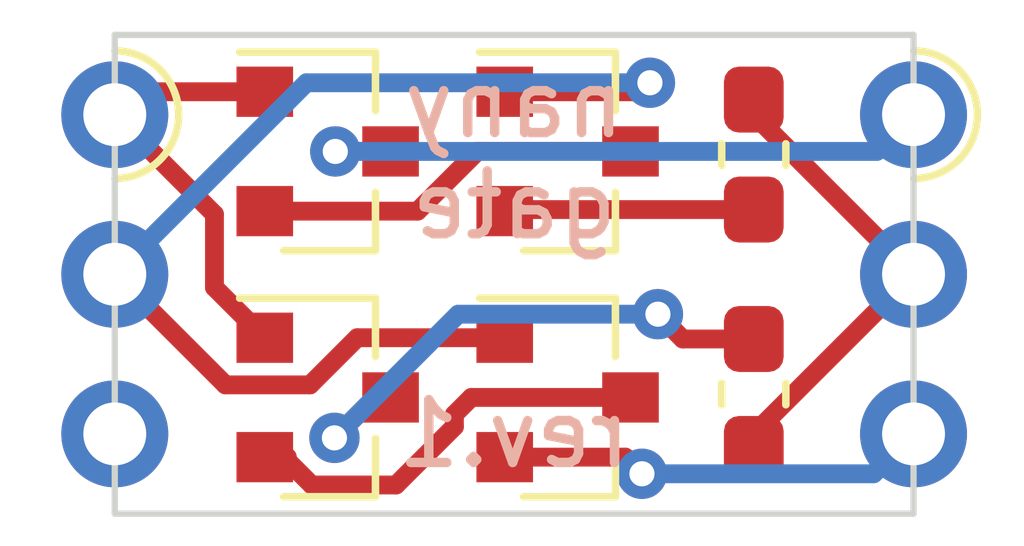
<source format=kicad_pcb>
(kicad_pcb (version 20171130) (host pcbnew 5.1.6)

  (general
    (thickness 1.6)
    (drawings 6)
    (tracks 54)
    (zones 0)
    (modules 8)
    (nets 11)
  )

  (page A4)
  (layers
    (0 F.Cu signal)
    (31 B.Cu signal)
    (32 B.Adhes user)
    (33 F.Adhes user)
    (34 B.Paste user)
    (35 F.Paste user)
    (36 B.SilkS user)
    (37 F.SilkS user)
    (38 B.Mask user)
    (39 F.Mask user)
    (40 Dwgs.User user)
    (41 Cmts.User user)
    (42 Eco1.User user)
    (43 Eco2.User user)
    (44 Edge.Cuts user)
    (45 Margin user)
    (46 B.CrtYd user hide)
    (47 F.CrtYd user)
    (48 B.Fab user)
    (49 F.Fab user hide)
  )

  (setup
    (last_trace_width 0.3)
    (user_trace_width 0.3)
    (trace_clearance 0.2)
    (zone_clearance 0.508)
    (zone_45_only no)
    (trace_min 0.2)
    (via_size 0.8)
    (via_drill 0.4)
    (via_min_size 0.4)
    (via_min_drill 0.3)
    (uvia_size 0.3)
    (uvia_drill 0.1)
    (uvias_allowed no)
    (uvia_min_size 0.2)
    (uvia_min_drill 0.1)
    (edge_width 0.05)
    (segment_width 0.2)
    (pcb_text_width 0.3)
    (pcb_text_size 1.5 1.5)
    (mod_edge_width 0.12)
    (mod_text_size 1 1)
    (mod_text_width 0.15)
    (pad_size 1.524 1.524)
    (pad_drill 0.762)
    (pad_to_mask_clearance 0.05)
    (aux_axis_origin 0 0)
    (visible_elements FFFFFF7F)
    (pcbplotparams
      (layerselection 0x010fc_ffffffff)
      (usegerberextensions false)
      (usegerberattributes true)
      (usegerberadvancedattributes true)
      (creategerberjobfile true)
      (excludeedgelayer true)
      (linewidth 0.100000)
      (plotframeref false)
      (viasonmask false)
      (mode 1)
      (useauxorigin false)
      (hpglpennumber 1)
      (hpglpenspeed 20)
      (hpglpendiameter 15.000000)
      (psnegative false)
      (psa4output false)
      (plotreference true)
      (plotvalue true)
      (plotinvisibletext false)
      (padsonsilk false)
      (subtractmaskfromsilk false)
      (outputformat 1)
      (mirror false)
      (drillshape 0)
      (scaleselection 1)
      (outputdirectory ""))
  )

  (net 0 "")
  (net 1 Vss)
  (net 2 Out)
  (net 3 B)
  (net 4 Vdd)
  (net 5 A)
  (net 6 "Net-(Q1-Pad2)")
  (net 7 "Net-(Q2-Pad2)")
  (net 8 "Net-(Q3-Pad3)")
  (net 9 "Net-(Q3-Pad2)")
  (net 10 "Net-(J1-Pad3)")

  (net_class Default "This is the default net class."
    (clearance 0.2)
    (trace_width 0.25)
    (via_dia 0.8)
    (via_drill 0.4)
    (uvia_dia 0.3)
    (uvia_drill 0.1)
    (add_net A)
    (add_net B)
    (add_net "Net-(J1-Pad3)")
    (add_net "Net-(Q1-Pad2)")
    (add_net "Net-(Q2-Pad2)")
    (add_net "Net-(Q3-Pad2)")
    (add_net "Net-(Q3-Pad3)")
    (add_net Out)
    (add_net Vdd)
    (add_net Vss)
  )

  (module Package_TO_SOT_SMD:SOT-23 (layer F.Cu) (tedit 5A02FF57) (tstamp 5FE25C6E)
    (at 101.81 50.75)
    (descr "SOT-23, Standard")
    (tags SOT-23)
    (path /5FDEED31)
    (attr smd)
    (fp_text reference Q1 (at 0 -2.5) (layer F.SilkS) hide
      (effects (font (size 1 1) (thickness 0.15)))
    )
    (fp_text value BSS84 (at 0 2.5) (layer F.Fab)
      (effects (font (size 1 1) (thickness 0.15)))
    )
    (fp_text user %R (at 0 0 90) (layer F.Fab)
      (effects (font (size 0.5 0.5) (thickness 0.075)))
    )
    (fp_line (start -0.7 -0.95) (end -0.7 1.5) (layer F.Fab) (width 0.1))
    (fp_line (start -0.15 -1.52) (end 0.7 -1.52) (layer F.Fab) (width 0.1))
    (fp_line (start -0.7 -0.95) (end -0.15 -1.52) (layer F.Fab) (width 0.1))
    (fp_line (start 0.7 -1.52) (end 0.7 1.52) (layer F.Fab) (width 0.1))
    (fp_line (start -0.7 1.52) (end 0.7 1.52) (layer F.Fab) (width 0.1))
    (fp_line (start 0.76 1.58) (end 0.76 0.65) (layer F.SilkS) (width 0.12))
    (fp_line (start 0.76 -1.58) (end 0.76 -0.65) (layer F.SilkS) (width 0.12))
    (fp_line (start -1.7 -1.75) (end 1.7 -1.75) (layer F.CrtYd) (width 0.05))
    (fp_line (start 1.7 -1.75) (end 1.7 1.75) (layer F.CrtYd) (width 0.05))
    (fp_line (start 1.7 1.75) (end -1.7 1.75) (layer F.CrtYd) (width 0.05))
    (fp_line (start -1.7 1.75) (end -1.7 -1.75) (layer F.CrtYd) (width 0.05))
    (fp_line (start 0.76 -1.58) (end -1.4 -1.58) (layer F.SilkS) (width 0.12))
    (fp_line (start 0.76 1.58) (end -0.7 1.58) (layer F.SilkS) (width 0.12))
    (pad 3 smd rect (at 1 0) (size 0.9 0.8) (layers F.Cu F.Paste F.Mask)
      (net 4 Vdd))
    (pad 2 smd rect (at -1 0.95) (size 0.9 0.8) (layers F.Cu F.Paste F.Mask)
      (net 6 "Net-(Q1-Pad2)"))
    (pad 1 smd rect (at -1 -0.95) (size 0.9 0.8) (layers F.Cu F.Paste F.Mask)
      (net 5 A))
    (model ${KISYS3DMOD}/Package_TO_SOT_SMD.3dshapes/SOT-23.wrl
      (at (xyz 0 0 0))
      (scale (xyz 1 1 1))
      (rotate (xyz 0 0 0))
    )
  )

  (module Resistor_SMD:R_0603_1608Metric_Pad1.05x0.95mm_HandSolder (layer F.Cu) (tedit 5B301BBD) (tstamp 5FE25CCF)
    (at 108.585 54.61 90)
    (descr "Resistor SMD 0603 (1608 Metric), square (rectangular) end terminal, IPC_7351 nominal with elongated pad for handsoldering. (Body size source: http://www.tortai-tech.com/upload/download/2011102023233369053.pdf), generated with kicad-footprint-generator")
    (tags "resistor handsolder")
    (path /5FDF3BDC)
    (attr smd)
    (fp_text reference R2 (at 0 -1.43 90) (layer F.SilkS) hide
      (effects (font (size 1 1) (thickness 0.15)))
    )
    (fp_text value 12k (at 0 1.43 90) (layer F.Fab)
      (effects (font (size 1 1) (thickness 0.15)))
    )
    (fp_text user %R (at 0 0 90) (layer F.Fab)
      (effects (font (size 0.4 0.4) (thickness 0.06)))
    )
    (fp_line (start -0.8 0.4) (end -0.8 -0.4) (layer F.Fab) (width 0.1))
    (fp_line (start -0.8 -0.4) (end 0.8 -0.4) (layer F.Fab) (width 0.1))
    (fp_line (start 0.8 -0.4) (end 0.8 0.4) (layer F.Fab) (width 0.1))
    (fp_line (start 0.8 0.4) (end -0.8 0.4) (layer F.Fab) (width 0.1))
    (fp_line (start -0.171267 -0.51) (end 0.171267 -0.51) (layer F.SilkS) (width 0.12))
    (fp_line (start -0.171267 0.51) (end 0.171267 0.51) (layer F.SilkS) (width 0.12))
    (fp_line (start -1.65 0.73) (end -1.65 -0.73) (layer F.CrtYd) (width 0.05))
    (fp_line (start -1.65 -0.73) (end 1.65 -0.73) (layer F.CrtYd) (width 0.05))
    (fp_line (start 1.65 -0.73) (end 1.65 0.73) (layer F.CrtYd) (width 0.05))
    (fp_line (start 1.65 0.73) (end -1.65 0.73) (layer F.CrtYd) (width 0.05))
    (pad 2 smd roundrect (at 0.875 0 90) (size 1.05 0.95) (layers F.Cu F.Paste F.Mask) (roundrect_rratio 0.25)
      (net 8 "Net-(Q3-Pad3)"))
    (pad 1 smd roundrect (at -0.875 0 90) (size 1.05 0.95) (layers F.Cu F.Paste F.Mask) (roundrect_rratio 0.25)
      (net 2 Out))
    (model ${KISYS3DMOD}/Resistor_SMD.3dshapes/R_0603_1608Metric.wrl
      (at (xyz 0 0 0))
      (scale (xyz 1 1 1))
      (rotate (xyz 0 0 0))
    )
  )

  (module Resistor_SMD:R_0603_1608Metric_Pad1.05x0.95mm_HandSolder (layer F.Cu) (tedit 5B301BBD) (tstamp 5FE25CBE)
    (at 108.585 50.8 90)
    (descr "Resistor SMD 0603 (1608 Metric), square (rectangular) end terminal, IPC_7351 nominal with elongated pad for handsoldering. (Body size source: http://www.tortai-tech.com/upload/download/2011102023233369053.pdf), generated with kicad-footprint-generator")
    (tags "resistor handsolder")
    (path /5FDF21BA)
    (attr smd)
    (fp_text reference R1 (at 0 -1.43 90) (layer F.SilkS) hide
      (effects (font (size 1 1) (thickness 0.15)))
    )
    (fp_text value 12k (at 0 1.43 90) (layer F.Fab)
      (effects (font (size 1 1) (thickness 0.15)))
    )
    (fp_text user %R (at 0 0 90) (layer F.Fab)
      (effects (font (size 0.4 0.4) (thickness 0.06)))
    )
    (fp_line (start -0.8 0.4) (end -0.8 -0.4) (layer F.Fab) (width 0.1))
    (fp_line (start -0.8 -0.4) (end 0.8 -0.4) (layer F.Fab) (width 0.1))
    (fp_line (start 0.8 -0.4) (end 0.8 0.4) (layer F.Fab) (width 0.1))
    (fp_line (start 0.8 0.4) (end -0.8 0.4) (layer F.Fab) (width 0.1))
    (fp_line (start -0.171267 -0.51) (end 0.171267 -0.51) (layer F.SilkS) (width 0.12))
    (fp_line (start -0.171267 0.51) (end 0.171267 0.51) (layer F.SilkS) (width 0.12))
    (fp_line (start -1.65 0.73) (end -1.65 -0.73) (layer F.CrtYd) (width 0.05))
    (fp_line (start -1.65 -0.73) (end 1.65 -0.73) (layer F.CrtYd) (width 0.05))
    (fp_line (start 1.65 -0.73) (end 1.65 0.73) (layer F.CrtYd) (width 0.05))
    (fp_line (start 1.65 0.73) (end -1.65 0.73) (layer F.CrtYd) (width 0.05))
    (pad 2 smd roundrect (at 0.875 0 90) (size 1.05 0.95) (layers F.Cu F.Paste F.Mask) (roundrect_rratio 0.25)
      (net 2 Out))
    (pad 1 smd roundrect (at -0.875 0 90) (size 1.05 0.95) (layers F.Cu F.Paste F.Mask) (roundrect_rratio 0.25)
      (net 7 "Net-(Q2-Pad2)"))
    (model ${KISYS3DMOD}/Resistor_SMD.3dshapes/R_0603_1608Metric.wrl
      (at (xyz 0 0 0))
      (scale (xyz 1 1 1))
      (rotate (xyz 0 0 0))
    )
  )

  (module Package_TO_SOT_SMD:SOT-23 (layer F.Cu) (tedit 5A02FF57) (tstamp 5FE25CAD)
    (at 105.625 54.665)
    (descr "SOT-23, Standard")
    (tags SOT-23)
    (path /5FDF9392)
    (attr smd)
    (fp_text reference Q4 (at 0 -2.5) (layer F.SilkS) hide
      (effects (font (size 1 1) (thickness 0.15)))
    )
    (fp_text value 2N7002 (at 0 2.5) (layer F.Fab)
      (effects (font (size 1 1) (thickness 0.15)))
    )
    (fp_line (start 0.76 1.58) (end -0.7 1.58) (layer F.SilkS) (width 0.12))
    (fp_line (start 0.76 -1.58) (end -1.4 -1.58) (layer F.SilkS) (width 0.12))
    (fp_line (start -1.7 1.75) (end -1.7 -1.75) (layer F.CrtYd) (width 0.05))
    (fp_line (start 1.7 1.75) (end -1.7 1.75) (layer F.CrtYd) (width 0.05))
    (fp_line (start 1.7 -1.75) (end 1.7 1.75) (layer F.CrtYd) (width 0.05))
    (fp_line (start -1.7 -1.75) (end 1.7 -1.75) (layer F.CrtYd) (width 0.05))
    (fp_line (start 0.76 -1.58) (end 0.76 -0.65) (layer F.SilkS) (width 0.12))
    (fp_line (start 0.76 1.58) (end 0.76 0.65) (layer F.SilkS) (width 0.12))
    (fp_line (start -0.7 1.52) (end 0.7 1.52) (layer F.Fab) (width 0.1))
    (fp_line (start 0.7 -1.52) (end 0.7 1.52) (layer F.Fab) (width 0.1))
    (fp_line (start -0.7 -0.95) (end -0.15 -1.52) (layer F.Fab) (width 0.1))
    (fp_line (start -0.15 -1.52) (end 0.7 -1.52) (layer F.Fab) (width 0.1))
    (fp_line (start -0.7 -0.95) (end -0.7 1.5) (layer F.Fab) (width 0.1))
    (fp_text user %R (at 0 0 90) (layer F.Fab)
      (effects (font (size 0.5 0.5) (thickness 0.075)))
    )
    (pad 1 smd rect (at -1 -0.95) (size 0.9 0.8) (layers F.Cu F.Paste F.Mask)
      (net 3 B))
    (pad 2 smd rect (at -1 0.95) (size 0.9 0.8) (layers F.Cu F.Paste F.Mask)
      (net 1 Vss))
    (pad 3 smd rect (at 1 0) (size 0.9 0.8) (layers F.Cu F.Paste F.Mask)
      (net 9 "Net-(Q3-Pad2)"))
    (model ${KISYS3DMOD}/Package_TO_SOT_SMD.3dshapes/SOT-23.wrl
      (at (xyz 0 0 0))
      (scale (xyz 1 1 1))
      (rotate (xyz 0 0 0))
    )
  )

  (module Package_TO_SOT_SMD:SOT-23 (layer F.Cu) (tedit 5A02FF57) (tstamp 5FE25C98)
    (at 101.81 54.665)
    (descr "SOT-23, Standard")
    (tags SOT-23)
    (path /5FDF3E31)
    (attr smd)
    (fp_text reference Q3 (at 0 -2.5) (layer F.SilkS) hide
      (effects (font (size 1 1) (thickness 0.15)))
    )
    (fp_text value 2N7002 (at 0 2.5) (layer F.Fab)
      (effects (font (size 1 1) (thickness 0.15)))
    )
    (fp_text user %R (at 0 0 90) (layer F.Fab)
      (effects (font (size 0.5 0.5) (thickness 0.075)))
    )
    (fp_line (start -0.7 -0.95) (end -0.7 1.5) (layer F.Fab) (width 0.1))
    (fp_line (start -0.15 -1.52) (end 0.7 -1.52) (layer F.Fab) (width 0.1))
    (fp_line (start -0.7 -0.95) (end -0.15 -1.52) (layer F.Fab) (width 0.1))
    (fp_line (start 0.7 -1.52) (end 0.7 1.52) (layer F.Fab) (width 0.1))
    (fp_line (start -0.7 1.52) (end 0.7 1.52) (layer F.Fab) (width 0.1))
    (fp_line (start 0.76 1.58) (end 0.76 0.65) (layer F.SilkS) (width 0.12))
    (fp_line (start 0.76 -1.58) (end 0.76 -0.65) (layer F.SilkS) (width 0.12))
    (fp_line (start -1.7 -1.75) (end 1.7 -1.75) (layer F.CrtYd) (width 0.05))
    (fp_line (start 1.7 -1.75) (end 1.7 1.75) (layer F.CrtYd) (width 0.05))
    (fp_line (start 1.7 1.75) (end -1.7 1.75) (layer F.CrtYd) (width 0.05))
    (fp_line (start -1.7 1.75) (end -1.7 -1.75) (layer F.CrtYd) (width 0.05))
    (fp_line (start 0.76 -1.58) (end -1.4 -1.58) (layer F.SilkS) (width 0.12))
    (fp_line (start 0.76 1.58) (end -0.7 1.58) (layer F.SilkS) (width 0.12))
    (pad 3 smd rect (at 1 0) (size 0.9 0.8) (layers F.Cu F.Paste F.Mask)
      (net 8 "Net-(Q3-Pad3)"))
    (pad 2 smd rect (at -1 0.95) (size 0.9 0.8) (layers F.Cu F.Paste F.Mask)
      (net 9 "Net-(Q3-Pad2)"))
    (pad 1 smd rect (at -1 -0.95) (size 0.9 0.8) (layers F.Cu F.Paste F.Mask)
      (net 5 A))
    (model ${KISYS3DMOD}/Package_TO_SOT_SMD.3dshapes/SOT-23.wrl
      (at (xyz 0 0 0))
      (scale (xyz 1 1 1))
      (rotate (xyz 0 0 0))
    )
  )

  (module Package_TO_SOT_SMD:SOT-23 (layer F.Cu) (tedit 5A02FF57) (tstamp 5FE25C83)
    (at 105.625 50.75)
    (descr "SOT-23, Standard")
    (tags SOT-23)
    (path /5FDEF878)
    (attr smd)
    (fp_text reference Q2 (at 0 -2.5) (layer F.SilkS) hide
      (effects (font (size 1 1) (thickness 0.15)))
    )
    (fp_text value BSS84 (at 0 2.5) (layer F.Fab)
      (effects (font (size 1 1) (thickness 0.15)))
    )
    (fp_line (start 0.76 1.58) (end -0.7 1.58) (layer F.SilkS) (width 0.12))
    (fp_line (start 0.76 -1.58) (end -1.4 -1.58) (layer F.SilkS) (width 0.12))
    (fp_line (start -1.7 1.75) (end -1.7 -1.75) (layer F.CrtYd) (width 0.05))
    (fp_line (start 1.7 1.75) (end -1.7 1.75) (layer F.CrtYd) (width 0.05))
    (fp_line (start 1.7 -1.75) (end 1.7 1.75) (layer F.CrtYd) (width 0.05))
    (fp_line (start -1.7 -1.75) (end 1.7 -1.75) (layer F.CrtYd) (width 0.05))
    (fp_line (start 0.76 -1.58) (end 0.76 -0.65) (layer F.SilkS) (width 0.12))
    (fp_line (start 0.76 1.58) (end 0.76 0.65) (layer F.SilkS) (width 0.12))
    (fp_line (start -0.7 1.52) (end 0.7 1.52) (layer F.Fab) (width 0.1))
    (fp_line (start 0.7 -1.52) (end 0.7 1.52) (layer F.Fab) (width 0.1))
    (fp_line (start -0.7 -0.95) (end -0.15 -1.52) (layer F.Fab) (width 0.1))
    (fp_line (start -0.15 -1.52) (end 0.7 -1.52) (layer F.Fab) (width 0.1))
    (fp_line (start -0.7 -0.95) (end -0.7 1.5) (layer F.Fab) (width 0.1))
    (fp_text user %R (at 0 0 90) (layer F.Fab)
      (effects (font (size 0.5 0.5) (thickness 0.075)))
    )
    (pad 1 smd rect (at -1 -0.95) (size 0.9 0.8) (layers F.Cu F.Paste F.Mask)
      (net 3 B))
    (pad 2 smd rect (at -1 0.95) (size 0.9 0.8) (layers F.Cu F.Paste F.Mask)
      (net 7 "Net-(Q2-Pad2)"))
    (pad 3 smd rect (at 1 0) (size 0.9 0.8) (layers F.Cu F.Paste F.Mask)
      (net 6 "Net-(Q1-Pad2)"))
    (model ${KISYS3DMOD}/Package_TO_SOT_SMD.3dshapes/SOT-23.wrl
      (at (xyz 0 0 0))
      (scale (xyz 1 1 1))
      (rotate (xyz 0 0 0))
    )
  )

  (module Castellation:Edge_Castellation_1x03_P2.54 (layer F.Cu) (tedit 5FE23D9F) (tstamp 5FE25C59)
    (at 111.125 50.165)
    (descr "Edge Castellation, 1x03, 2.54mm pitch, single row")
    (tags "Castellation Edge 1x03 2.54mm single row")
    (path /5FE33D7E)
    (fp_text reference J2 (at 0 -2.54) (layer F.SilkS) hide
      (effects (font (size 1 1) (thickness 0.15)))
    )
    (fp_text value Conn_01x03 (at 0 7.85) (layer F.Fab)
      (effects (font (size 1 1) (thickness 0.15)))
    )
    (fp_text user %R (at 0 2.54 90) (layer F.Fab)
      (effects (font (size 1 1) (thickness 0.15)))
    )
    (fp_arc (start 0 0) (end 0 1.016) (angle -180) (layer F.SilkS) (width 0.12))
    (fp_line (start -1.8 6.85) (end -1.8 -1.8) (layer F.CrtYd) (width 0.05))
    (fp_line (start 1.75 6.85) (end -1.8 6.85) (layer F.CrtYd) (width 0.05))
    (fp_line (start 1.75 -1.8) (end 1.75 6.85) (layer F.CrtYd) (width 0.05))
    (fp_line (start -1.8 -1.8) (end 1.75 -1.8) (layer F.CrtYd) (width 0.05))
    (fp_line (start -1.27 6.35) (end -1.27 -1.27) (layer F.Fab) (width 0.1))
    (fp_line (start 1.27 6.35) (end -1.27 6.35) (layer F.Fab) (width 0.1))
    (fp_line (start 1.27 -0.635) (end 1.27 6.35) (layer F.Fab) (width 0.1))
    (fp_line (start 0.635 -1.27) (end 1.27 -0.635) (layer F.Fab) (width 0.1))
    (fp_line (start -1.27 -1.27) (end 0.635 -1.27) (layer F.Fab) (width 0.1))
    (pad 1 thru_hole oval (at 0 0) (size 1.7 1.7) (drill 1) (layers *.Cu *.Mask)
      (net 4 Vdd))
    (pad 2 thru_hole oval (at 0 2.54) (size 1.7 1.7) (drill 1) (layers *.Cu *.Mask)
      (net 2 Out))
    (pad 3 thru_hole oval (at 0 5.08) (size 1.7 1.7) (drill 1) (layers *.Cu *.Mask)
      (net 1 Vss))
  )

  (module Castellation:Edge_Castellation_1x03_P2.54 (layer F.Cu) (tedit 5FE23D9F) (tstamp 5FE25C47)
    (at 98.425 50.165)
    (descr "Edge Castellation, 1x03, 2.54mm pitch, single row")
    (tags "Castellation Edge 1x03 2.54mm single row")
    (path /5FE32560)
    (fp_text reference J1 (at 0 -2.54) (layer F.SilkS) hide
      (effects (font (size 1 1) (thickness 0.15)))
    )
    (fp_text value Conn_01x03 (at 0 7.85) (layer F.Fab)
      (effects (font (size 1 1) (thickness 0.15)))
    )
    (fp_text user %R (at 0 2.54 90) (layer F.Fab)
      (effects (font (size 1 1) (thickness 0.15)))
    )
    (fp_arc (start 0 0) (end 0 1.016) (angle -180) (layer F.SilkS) (width 0.12))
    (fp_line (start -1.8 6.85) (end -1.8 -1.8) (layer F.CrtYd) (width 0.05))
    (fp_line (start 1.75 6.85) (end -1.8 6.85) (layer F.CrtYd) (width 0.05))
    (fp_line (start 1.75 -1.8) (end 1.75 6.85) (layer F.CrtYd) (width 0.05))
    (fp_line (start -1.8 -1.8) (end 1.75 -1.8) (layer F.CrtYd) (width 0.05))
    (fp_line (start -1.27 6.35) (end -1.27 -1.27) (layer F.Fab) (width 0.1))
    (fp_line (start 1.27 6.35) (end -1.27 6.35) (layer F.Fab) (width 0.1))
    (fp_line (start 1.27 -0.635) (end 1.27 6.35) (layer F.Fab) (width 0.1))
    (fp_line (start 0.635 -1.27) (end 1.27 -0.635) (layer F.Fab) (width 0.1))
    (fp_line (start -1.27 -1.27) (end 0.635 -1.27) (layer F.Fab) (width 0.1))
    (pad 1 thru_hole oval (at 0 0) (size 1.7 1.7) (drill 1) (layers *.Cu *.Mask)
      (net 5 A))
    (pad 2 thru_hole oval (at 0 2.54) (size 1.7 1.7) (drill 1) (layers *.Cu *.Mask)
      (net 3 B))
    (pad 3 thru_hole oval (at 0 5.08) (size 1.7 1.7) (drill 1) (layers *.Cu *.Mask)
      (net 10 "Net-(J1-Pad3)"))
  )

  (gr_text rev.1 (at 104.775 55.245) (layer B.SilkS)
    (effects (font (size 1 1) (thickness 0.15)) (justify mirror))
  )
  (gr_text "nany\ngate" (at 104.775 50.8) (layer B.SilkS)
    (effects (font (size 1 1) (thickness 0.15)) (justify mirror))
  )
  (gr_line (start 111.125 48.895) (end 111.125 56.515) (layer Edge.Cuts) (width 0.1))
  (gr_line (start 98.425 48.895) (end 111.125 48.895) (layer Edge.Cuts) (width 0.1))
  (gr_line (start 98.425 56.515) (end 98.425 48.895) (layer Edge.Cuts) (width 0.1))
  (gr_line (start 111.125 56.515) (end 98.425 56.515) (layer Edge.Cuts) (width 0.1))

  (segment (start 104.625 55.615) (end 106.542 55.615) (width 0.3) (layer F.Cu) (net 1))
  (segment (start 106.542 55.615) (end 106.807 55.88) (width 0.3) (layer F.Cu) (net 1))
  (segment (start 106.807 55.88) (end 106.807 55.88) (width 0.3) (layer F.Cu) (net 1) (tstamp 5FE2641C))
  (via (at 106.807 55.88) (size 0.8) (drill 0.4) (layers F.Cu B.Cu) (net 1))
  (segment (start 110.49 55.88) (end 111.125 55.245) (width 0.3) (layer B.Cu) (net 1))
  (segment (start 106.807 55.88) (end 110.49 55.88) (width 0.3) (layer B.Cu) (net 1))
  (segment (start 108.585 50.165) (end 111.125 52.705) (width 0.3) (layer F.Cu) (net 2))
  (segment (start 108.585 49.925) (end 108.585 50.165) (width 0.3) (layer F.Cu) (net 2))
  (segment (start 108.585 55.245) (end 111.125 52.705) (width 0.3) (layer F.Cu) (net 2))
  (segment (start 108.585 55.485) (end 108.585 55.245) (width 0.3) (layer F.Cu) (net 2))
  (segment (start 100.185001 54.465001) (end 98.425 52.705) (width 0.3) (layer F.Cu) (net 3))
  (segment (start 101.529997 54.465001) (end 100.185001 54.465001) (width 0.3) (layer F.Cu) (net 3))
  (segment (start 102.279998 53.715) (end 101.529997 54.465001) (width 0.3) (layer F.Cu) (net 3))
  (segment (start 104.625 53.715) (end 102.279998 53.715) (width 0.3) (layer F.Cu) (net 3))
  (segment (start 104.625 49.8) (end 106.791 49.8) (width 0.3) (layer F.Cu) (net 3))
  (segment (start 106.791 49.8) (end 106.934 49.657) (width 0.3) (layer F.Cu) (net 3))
  (segment (start 106.934 49.657) (end 106.934 49.657) (width 0.3) (layer F.Cu) (net 3) (tstamp 5FE26463))
  (via (at 106.934 49.657) (size 0.8) (drill 0.4) (layers F.Cu B.Cu) (net 3))
  (segment (start 101.473 49.657) (end 98.425 52.705) (width 0.3) (layer B.Cu) (net 3))
  (segment (start 106.934 49.657) (end 101.473 49.657) (width 0.3) (layer B.Cu) (net 3))
  (segment (start 102.81 50.75) (end 101.931 50.75) (width 0.3) (layer F.Cu) (net 4))
  (segment (start 101.931 50.75) (end 101.931 50.75) (width 0.3) (layer F.Cu) (net 4))
  (segment (start 101.931 50.75) (end 101.777 50.75) (width 0.3) (layer F.Cu) (net 4) (tstamp 5FE264B3))
  (via (at 101.931 50.75) (size 0.8) (drill 0.4) (layers F.Cu B.Cu) (net 4))
  (segment (start 110.54 50.75) (end 111.125 50.165) (width 0.3) (layer B.Cu) (net 4))
  (segment (start 101.931 50.75) (end 110.54 50.75) (width 0.3) (layer B.Cu) (net 4))
  (segment (start 98.79 49.8) (end 98.425 50.165) (width 0.3) (layer F.Cu) (net 5))
  (segment (start 100.81 49.8) (end 98.79 49.8) (width 0.3) (layer F.Cu) (net 5))
  (segment (start 100.009999 52.914999) (end 100.009999 51.749999) (width 0.3) (layer F.Cu) (net 5))
  (segment (start 100.009999 51.749999) (end 98.425 50.165) (width 0.3) (layer F.Cu) (net 5))
  (segment (start 100.81 53.715) (end 100.009999 52.914999) (width 0.3) (layer F.Cu) (net 5))
  (segment (start 100.81 51.7) (end 103.24 51.7) (width 0.3) (layer F.Cu) (net 6))
  (segment (start 104.19 50.75) (end 106.625 50.75) (width 0.3) (layer F.Cu) (net 6))
  (segment (start 103.24 51.7) (end 104.19 50.75) (width 0.3) (layer F.Cu) (net 6))
  (segment (start 104.65 51.675) (end 104.625 51.7) (width 0.3) (layer F.Cu) (net 7))
  (segment (start 108.585 51.675) (end 104.65 51.675) (width 0.3) (layer F.Cu) (net 7))
  (segment (start 102.81 54.665) (end 102.561 54.665) (width 0.3) (layer F.Cu) (net 8))
  (segment (start 102.561 54.665) (end 101.9175 55.3085) (width 0.3) (layer F.Cu) (net 8))
  (segment (start 101.9175 55.3085) (end 101.854 55.372) (width 0.3) (layer F.Cu) (net 8) (tstamp 5FE263EA))
  (via (at 101.9175 55.3085) (size 0.8) (drill 0.4) (layers F.Cu B.Cu) (net 8))
  (segment (start 108.585 53.735) (end 107.456 53.735) (width 0.3) (layer F.Cu) (net 8))
  (segment (start 107.456 53.735) (end 107.061 53.34) (width 0.3) (layer F.Cu) (net 8))
  (segment (start 107.061 53.34) (end 107.061 53.34) (width 0.3) (layer F.Cu) (net 8) (tstamp 5FE264E9))
  (via (at 107.061 53.34) (size 0.8) (drill 0.4) (layers F.Cu B.Cu) (net 8))
  (segment (start 103.886 53.34) (end 101.9175 55.3085) (width 0.3) (layer B.Cu) (net 8))
  (segment (start 107.061 53.34) (end 103.886 53.34) (width 0.3) (layer B.Cu) (net 8))
  (segment (start 103.824999 54.934999) (end 104.094998 54.665) (width 0.3) (layer F.Cu) (net 9))
  (segment (start 100.81 55.615) (end 101.167499 55.615) (width 0.3) (layer F.Cu) (net 9))
  (segment (start 101.167499 55.615) (end 101.167499 55.668501) (width 0.3) (layer F.Cu) (net 9))
  (segment (start 101.167499 55.668501) (end 101.557499 56.058501) (width 0.3) (layer F.Cu) (net 9))
  (segment (start 104.094998 54.665) (end 106.625 54.665) (width 0.3) (layer F.Cu) (net 9))
  (segment (start 103.824999 55.130003) (end 103.824999 54.934999) (width 0.3) (layer F.Cu) (net 9))
  (segment (start 102.896501 56.058501) (end 103.824999 55.130003) (width 0.3) (layer F.Cu) (net 9))
  (segment (start 101.557499 56.058501) (end 102.896501 56.058501) (width 0.3) (layer F.Cu) (net 9))

)

</source>
